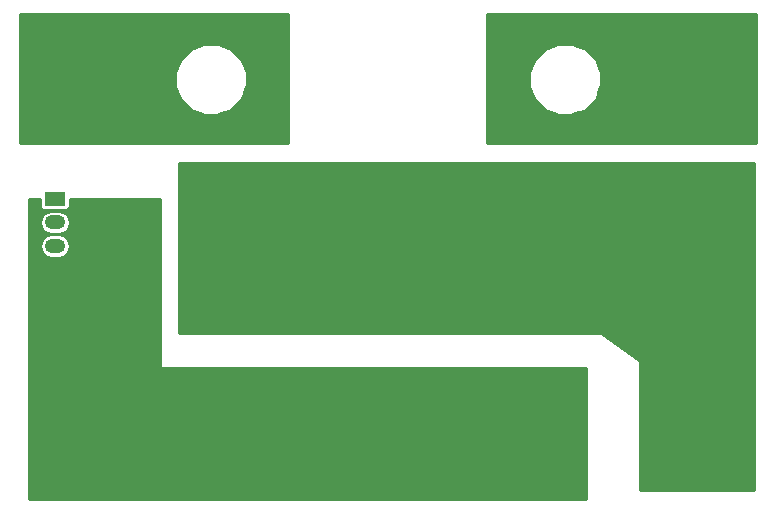
<source format=gbr>
G04 #@! TF.GenerationSoftware,KiCad,Pcbnew,(2017-08-25 revision dd37d0595)-makepkg*
G04 #@! TF.CreationDate,2018-05-27T00:49:56-04:00*
G04 #@! TF.ProjectId,Anti-Spark-Switch,416E74692D537061726B2D5377697463,rev?*
G04 #@! TF.SameCoordinates,Original*
G04 #@! TF.FileFunction,Copper,L2,Bot,Signal*
G04 #@! TF.FilePolarity,Positive*
%FSLAX46Y46*%
G04 Gerber Fmt 4.6, Leading zero omitted, Abs format (unit mm)*
G04 Created by KiCad (PCBNEW (2017-08-25 revision dd37d0595)-makepkg) date 05/27/18 00:49:56*
%MOMM*%
%LPD*%
G01*
G04 APERTURE LIST*
%ADD10C,2.200000*%
%ADD11C,0.546100*%
%ADD12O,1.750000X1.200000*%
%ADD13R,1.750000X1.200000*%
%ADD14C,0.635000*%
%ADD15C,0.250000*%
%ADD16C,0.254000*%
G04 APERTURE END LIST*
D10*
X166125000Y-78980000D03*
X163585000Y-78980000D03*
X166125000Y-81520000D03*
X166125000Y-84060000D03*
X166125000Y-86600000D03*
X163585000Y-86600000D03*
X161045000Y-86600000D03*
X158505000Y-86600000D03*
X158505000Y-84060000D03*
X158505000Y-81520000D03*
X158505000Y-78980000D03*
X161045000Y-78980000D03*
X136125000Y-78980000D03*
X133585000Y-78980000D03*
X136125000Y-81520000D03*
X136125000Y-84060000D03*
X136125000Y-86600000D03*
X133585000Y-86600000D03*
X131045000Y-86600000D03*
X128505000Y-86600000D03*
X128505000Y-84060000D03*
X128505000Y-81520000D03*
X128505000Y-78980000D03*
X131045000Y-78980000D03*
D11*
X175900000Y-93370000D03*
X171900000Y-93370000D03*
X167900000Y-93370000D03*
X163900000Y-93370000D03*
X159900000Y-93370000D03*
X155900000Y-93370000D03*
X151900000Y-93370000D03*
X147900000Y-93370000D03*
X143900000Y-93370000D03*
X139900000Y-93370000D03*
X135900000Y-93370000D03*
X131900000Y-93370000D03*
D12*
X119100000Y-98890000D03*
X119100000Y-96890000D03*
X119100000Y-94890000D03*
D13*
X119100000Y-92890000D03*
D14*
X122697000Y-84301200D03*
X121697000Y-84301200D03*
X120697000Y-84301200D03*
X119697000Y-84301200D03*
X118697000Y-84301200D03*
X122697000Y-83301200D03*
X121697000Y-83301200D03*
X120697000Y-83301200D03*
X119697000Y-83301200D03*
X118697000Y-83301200D03*
X122697000Y-82301200D03*
X121697000Y-82301200D03*
X120697000Y-82301200D03*
X119697000Y-82301200D03*
X118697000Y-82301200D03*
X122697000Y-81301200D03*
X121697000Y-81301200D03*
X120697000Y-81301200D03*
X119697000Y-81301200D03*
X118697000Y-81301200D03*
X122697000Y-80301200D03*
X121697000Y-80301200D03*
X120697000Y-80301200D03*
X119697000Y-80301200D03*
X118697000Y-80301200D03*
X127065000Y-103490000D03*
X126290000Y-95915000D03*
X122697000Y-116533800D03*
X121697000Y-116533800D03*
X120697000Y-116533800D03*
X119697000Y-116533800D03*
X118697000Y-116533800D03*
X122697000Y-115533800D03*
X121697000Y-115533800D03*
X120697000Y-115533800D03*
X119697000Y-115533800D03*
X118697000Y-115533800D03*
X122697000Y-114533800D03*
X121697000Y-114533800D03*
X120697000Y-114533800D03*
X119697000Y-114533800D03*
X118697000Y-114533800D03*
X122697000Y-113533800D03*
X121697000Y-113533800D03*
X120697000Y-113533800D03*
X119697000Y-113533800D03*
X118697000Y-113533800D03*
X122697000Y-112533800D03*
X121697000Y-112533800D03*
X120697000Y-112533800D03*
X119697000Y-112533800D03*
X118697000Y-112533800D03*
X134292600Y-117102000D03*
X135308600Y-117102000D03*
X136299200Y-117102000D03*
X137289800Y-117102000D03*
X133302000Y-116115200D03*
X135308600Y-116102000D03*
X136299200Y-116102000D03*
X138302000Y-116089800D03*
X133302000Y-115099200D03*
X134302000Y-115099200D03*
X138302000Y-115099200D03*
X137302000Y-115099200D03*
X133302000Y-114108600D03*
X135308600Y-114102000D03*
X138302000Y-114108600D03*
X137302000Y-114108600D03*
X138302000Y-113092600D03*
X136299200Y-113102000D03*
X135308600Y-113102000D03*
X134292600Y-113102000D03*
X137289800Y-112102000D03*
X136299200Y-112102000D03*
X135308600Y-112102000D03*
X134292600Y-112102000D03*
X150494000Y-116115200D03*
X150494000Y-115099200D03*
X150494000Y-114108600D03*
X149481800Y-117102000D03*
X149494000Y-115099200D03*
X149494000Y-114108600D03*
X145494000Y-116115200D03*
X145494000Y-115099200D03*
X145494000Y-114108600D03*
X148491200Y-117102000D03*
X148491200Y-116102000D03*
X147500600Y-117102000D03*
X147500600Y-116102000D03*
X147494000Y-115102000D03*
X147500600Y-114102000D03*
X146484600Y-117102000D03*
X146494000Y-115099200D03*
X146510000Y-113102000D03*
X147500600Y-113102000D03*
X148491200Y-113102000D03*
X150494000Y-113092600D03*
X146510000Y-112102000D03*
X147500600Y-112102000D03*
X148491200Y-112102000D03*
X149481800Y-112102000D03*
X157305000Y-116115200D03*
X157305000Y-115099200D03*
X157305000Y-114108600D03*
X158295600Y-113102000D03*
X159311600Y-113102000D03*
X160302200Y-113102000D03*
X158305000Y-115099200D03*
X158295600Y-117102000D03*
X159311600Y-117102000D03*
X160302200Y-117102000D03*
X161318200Y-117102000D03*
X159311600Y-114102000D03*
X159311600Y-116102000D03*
X160302200Y-116102000D03*
X161305000Y-115099200D03*
X161305000Y-114108600D03*
X162305000Y-116089800D03*
X162305000Y-115099200D03*
X162305000Y-114108600D03*
X162305000Y-113092600D03*
X161305500Y-112102000D03*
X160302200Y-112102000D03*
X159311600Y-112102000D03*
X158295600Y-112102000D03*
X133302000Y-112102000D03*
X133302000Y-113102000D03*
X134302000Y-116102000D03*
X133302000Y-117102000D03*
X135302000Y-115102000D03*
X134302000Y-114102000D03*
X136302000Y-114102000D03*
X138302000Y-117102000D03*
X137302000Y-116102000D03*
X136302000Y-115102000D03*
X138302000Y-112102000D03*
X137302000Y-113102000D03*
X145494000Y-112102000D03*
X145494000Y-113102000D03*
X146494000Y-116102000D03*
X145494000Y-117102000D03*
X146494000Y-114102000D03*
X148494000Y-114102000D03*
X150494000Y-117102000D03*
X149494000Y-116102000D03*
X148494000Y-115102000D03*
X150494000Y-112102000D03*
X149494000Y-113102000D03*
X162305000Y-117102000D03*
X157305000Y-117102000D03*
X161305000Y-116102000D03*
X158305000Y-116102000D03*
X160305000Y-115102000D03*
X159305000Y-115102000D03*
X160305000Y-114102000D03*
X158305000Y-114102000D03*
X161305000Y-113102000D03*
X157305000Y-113102000D03*
X162305000Y-112102000D03*
X157305000Y-112102000D03*
X176697400Y-84275800D03*
X175697400Y-84275800D03*
X174697400Y-84275800D03*
X173697400Y-84275800D03*
X172697400Y-84275800D03*
X176697400Y-83275800D03*
X175697400Y-83275800D03*
X174697400Y-83275800D03*
X173697400Y-83275800D03*
X172697400Y-83275800D03*
X176697400Y-82275800D03*
X175697400Y-82275800D03*
X174697400Y-82275800D03*
X173697400Y-82275800D03*
X172697400Y-82275800D03*
X176697400Y-81275800D03*
X175697400Y-81275800D03*
X174697400Y-81275800D03*
X173697400Y-81275800D03*
X172697400Y-81275800D03*
X176697400Y-80275800D03*
X175697400Y-80275800D03*
X174697400Y-80275800D03*
X173697400Y-80275800D03*
X172697400Y-80275800D03*
X130015000Y-90315000D03*
X176697400Y-116508400D03*
X175697400Y-116508400D03*
X174697400Y-116508400D03*
X173697400Y-116508400D03*
X172697400Y-116508400D03*
X176697400Y-115508400D03*
X175697400Y-115508400D03*
X174697400Y-115508400D03*
X173697400Y-115508400D03*
X172697400Y-115508400D03*
X176697400Y-114508400D03*
X175697400Y-114508400D03*
X174697400Y-114508400D03*
X173697400Y-114508400D03*
X172697400Y-114508400D03*
X176697400Y-113508400D03*
X175697400Y-113508400D03*
X174697400Y-113508400D03*
X173697400Y-113508400D03*
X172697400Y-113508400D03*
X176697400Y-112508400D03*
X175697400Y-112508400D03*
X174697400Y-112508400D03*
X173697400Y-112508400D03*
X172697400Y-112508400D03*
X133302000Y-98787580D03*
X134302000Y-98787580D03*
X133302000Y-99787580D03*
X133302000Y-100787580D03*
X134302000Y-99787580D03*
X135302000Y-99787580D03*
X134302000Y-100787580D03*
X135302000Y-100787580D03*
X135302000Y-97787580D03*
X136302000Y-98787580D03*
X136302000Y-97787580D03*
X137302000Y-97787580D03*
X135302000Y-98787580D03*
X137302000Y-98787580D03*
X136302000Y-95787580D03*
X138302000Y-96787580D03*
X137302000Y-95787580D03*
X138302000Y-95787580D03*
X136302000Y-96787580D03*
X137302000Y-96787580D03*
X138302000Y-97787580D03*
X138302000Y-98787580D03*
X136302000Y-99787580D03*
X137302000Y-100787580D03*
X138302000Y-99787580D03*
X136302000Y-100787580D03*
X138302000Y-100787580D03*
X137302000Y-99787580D03*
X133302000Y-95787580D03*
X134302000Y-97787580D03*
X134302000Y-95787580D03*
X135302000Y-95787580D03*
X133302000Y-96787580D03*
X134302000Y-96787580D03*
X135302000Y-96787580D03*
X133302000Y-97787580D03*
X150240000Y-100787580D03*
X149240000Y-100787580D03*
X148240000Y-100787580D03*
X147240000Y-100787580D03*
X146240000Y-100787580D03*
X145240000Y-100787580D03*
X150240000Y-99787580D03*
X149240000Y-99787580D03*
X148240000Y-99787580D03*
X147240000Y-99787580D03*
X146240000Y-99787580D03*
X145240000Y-99787580D03*
X150240000Y-98787580D03*
X149240000Y-98787580D03*
X148240000Y-98787580D03*
X147240000Y-98787580D03*
X146240000Y-98787580D03*
X145240000Y-98787580D03*
X150240000Y-97787580D03*
X149240000Y-97787580D03*
X148240000Y-97787580D03*
X147240000Y-97787580D03*
X146240000Y-97787580D03*
X145240000Y-97787580D03*
X150240000Y-96787580D03*
X149240000Y-96787580D03*
X148240000Y-96787580D03*
X147240000Y-96787580D03*
X146240000Y-96787580D03*
X145240000Y-96787580D03*
X150240000Y-95787580D03*
X149240000Y-95787580D03*
X148240000Y-95787580D03*
X147240000Y-95787580D03*
X146240000Y-95787580D03*
X145240000Y-95787580D03*
X162178000Y-100787580D03*
X161178000Y-100787580D03*
X160178000Y-100787580D03*
X159178000Y-100787580D03*
X158178000Y-100787580D03*
X157178000Y-100787580D03*
X162178000Y-99787580D03*
X161178000Y-99787580D03*
X160178000Y-99787580D03*
X159178000Y-99787580D03*
X158178000Y-99787580D03*
X157178000Y-99787580D03*
X162178000Y-98787580D03*
X161178000Y-98787580D03*
X160178000Y-98787580D03*
X159178000Y-98787580D03*
X158178000Y-98787580D03*
X157178000Y-98787580D03*
X162178000Y-97787580D03*
X161178000Y-97787580D03*
X160178000Y-97787580D03*
X159178000Y-97787580D03*
X158178000Y-97787580D03*
X157178000Y-97787580D03*
X162178000Y-96787580D03*
X161178000Y-96787580D03*
X160178000Y-96787580D03*
X159178000Y-96787580D03*
X158178000Y-96787580D03*
X157178000Y-96787580D03*
X162178000Y-95787580D03*
X161178000Y-95787580D03*
X160178000Y-95787580D03*
X159178000Y-95787580D03*
X158178000Y-95787580D03*
X157178000Y-95787580D03*
D15*
X135308600Y-117102000D02*
X134292600Y-117102000D01*
X134292600Y-117102000D02*
X133302000Y-117102000D01*
X134302000Y-116102000D02*
X134302000Y-117092600D01*
X134302000Y-117092600D02*
X134292600Y-117102000D01*
X136299200Y-117102000D02*
X135308600Y-117102000D01*
X135308600Y-116102000D02*
X135308600Y-117102000D01*
X137289800Y-117102000D02*
X136299200Y-117102000D01*
X136299200Y-116102000D02*
X136299200Y-117102000D01*
X138302000Y-117102000D02*
X137289800Y-117102000D01*
X137302000Y-116102000D02*
X137302000Y-117089800D01*
X137302000Y-117089800D02*
X137289800Y-117102000D01*
X133302000Y-117102000D02*
X133302000Y-116115200D01*
X133302000Y-116115200D02*
X133302000Y-115099200D01*
X134302000Y-116102000D02*
X133315200Y-116102000D01*
X133315200Y-116102000D02*
X133302000Y-116115200D01*
X136299200Y-116102000D02*
X135308600Y-116102000D01*
X135308600Y-116102000D02*
X134302000Y-116102000D01*
X135302000Y-115102000D02*
X135302000Y-116095400D01*
X135302000Y-116095400D02*
X135308600Y-116102000D01*
X137302000Y-116102000D02*
X136299200Y-116102000D01*
X136302000Y-115102000D02*
X136302000Y-116099200D01*
X136302000Y-116099200D02*
X136299200Y-116102000D01*
X138302000Y-115099200D02*
X138302000Y-116089800D01*
X138302000Y-116089800D02*
X138302000Y-117102000D01*
X137302000Y-116102000D02*
X138289800Y-116102000D01*
X138289800Y-116102000D02*
X138302000Y-116089800D01*
X133302000Y-115099200D02*
X133302000Y-114108600D01*
X134302000Y-115099200D02*
X133302000Y-115099200D01*
X134302000Y-116102000D02*
X134302000Y-115099200D01*
X134302000Y-115099200D02*
X134302000Y-114102000D01*
X135302000Y-115102000D02*
X134304800Y-115102000D01*
X134304800Y-115102000D02*
X134302000Y-115099200D01*
X138302000Y-114108600D02*
X138302000Y-115099200D01*
X137302000Y-115099200D02*
X138302000Y-115099200D01*
X137302000Y-114108600D02*
X137302000Y-115099200D01*
X137302000Y-115099200D02*
X137302000Y-116102000D01*
X136302000Y-115102000D02*
X137299200Y-115102000D01*
X137299200Y-115102000D02*
X137302000Y-115099200D01*
X133302000Y-114108600D02*
X133302000Y-113102000D01*
X134302000Y-114102000D02*
X133308600Y-114102000D01*
X133308600Y-114102000D02*
X133302000Y-114108600D01*
X134302000Y-114102000D02*
X135308600Y-114102000D01*
X135308600Y-114102000D02*
X136302000Y-114102000D01*
X135308600Y-113102000D02*
X135308600Y-114102000D01*
X138302000Y-113092600D02*
X138302000Y-114108600D01*
X137302000Y-114108600D02*
X138302000Y-114108600D01*
X137302000Y-113102000D02*
X137302000Y-114108600D01*
X138302000Y-112102000D02*
X138302000Y-113092600D01*
X137302000Y-113102000D02*
X138292600Y-113102000D01*
X138292600Y-113102000D02*
X138302000Y-113092600D01*
X137302000Y-113102000D02*
X136299200Y-113102000D01*
X135308600Y-113102000D02*
X136299200Y-113102000D01*
X134292600Y-113102000D02*
X135308600Y-113102000D01*
X133302000Y-113102000D02*
X134292600Y-113102000D01*
X137289800Y-112102000D02*
X138302000Y-112102000D01*
X136299200Y-112102000D02*
X137289800Y-112102000D01*
X135308600Y-112102000D02*
X136299200Y-112102000D01*
X134292600Y-112102000D02*
X135308600Y-112102000D01*
X133302000Y-112102000D02*
X134292600Y-112102000D01*
X150494000Y-116115200D02*
X150494000Y-117102000D01*
X150494000Y-115099200D02*
X150494000Y-116115200D01*
X150494000Y-114108600D02*
X150494000Y-115099200D01*
X150494000Y-113092600D02*
X150494000Y-114108600D01*
X150494000Y-117102000D02*
X149481800Y-117102000D01*
X149481800Y-117102000D02*
X148491200Y-117102000D01*
X149494000Y-116102000D02*
X149494000Y-117089800D01*
X149494000Y-117089800D02*
X149481800Y-117102000D01*
X149494000Y-115099200D02*
X149494000Y-116102000D01*
X149494000Y-114108600D02*
X149494000Y-115099200D01*
X149494000Y-113102000D02*
X149494000Y-114108600D01*
X145494000Y-117102000D02*
X145494000Y-116115200D01*
X145494000Y-115099200D02*
X145494000Y-116115200D01*
X145494000Y-114108600D02*
X145494000Y-115099200D01*
X145494000Y-113102000D02*
X145494000Y-114108600D01*
X148491200Y-117102000D02*
X147500600Y-117102000D01*
X148491200Y-116102000D02*
X148491200Y-117102000D01*
X149494000Y-116102000D02*
X148491200Y-116102000D01*
X148491200Y-116102000D02*
X147500600Y-116102000D01*
X148494000Y-115102000D02*
X148494000Y-116099200D01*
X148494000Y-116099200D02*
X148491200Y-116102000D01*
X147500600Y-117102000D02*
X146484600Y-117102000D01*
X147500600Y-116102000D02*
X147500600Y-117102000D01*
X147500600Y-116102000D02*
X146494000Y-116102000D01*
X147494000Y-115102000D02*
X147494000Y-116095400D01*
X147494000Y-116095400D02*
X147500600Y-116102000D01*
X147500600Y-114102000D02*
X147500600Y-115095400D01*
X147500600Y-115095400D02*
X147494000Y-115102000D01*
X146494000Y-114102000D02*
X147500600Y-114102000D01*
X147500600Y-114102000D02*
X148494000Y-114102000D01*
X147500600Y-113102000D02*
X147500600Y-114102000D01*
X146494000Y-117092600D02*
X146484600Y-117102000D01*
X146484600Y-117102000D02*
X145494000Y-117102000D01*
X146494000Y-116102000D02*
X146494000Y-117092600D01*
X146494000Y-116102000D02*
X146494000Y-115099200D01*
X146494000Y-114102000D02*
X146494000Y-115099200D01*
X146510000Y-113102000D02*
X145494000Y-113102000D01*
X147500600Y-113102000D02*
X146510000Y-113102000D01*
X148491200Y-113102000D02*
X147500600Y-113102000D01*
X149494000Y-113102000D02*
X148491200Y-113102000D01*
X150494000Y-112102000D02*
X150494000Y-113092600D01*
X145494000Y-112102000D02*
X146510000Y-112102000D01*
X147500600Y-112102000D02*
X146510000Y-112102000D01*
X148491200Y-112102000D02*
X147500600Y-112102000D01*
X149481800Y-112102000D02*
X148491200Y-112102000D01*
X150494000Y-112102000D02*
X149481800Y-112102000D01*
X157305000Y-117102000D02*
X157305000Y-116115200D01*
X157305000Y-115124600D02*
X157305000Y-116115200D01*
X157305000Y-114108600D02*
X157305000Y-115124600D01*
X157305000Y-113102000D02*
X157305000Y-114108600D01*
X158295600Y-113102000D02*
X157305000Y-113102000D01*
X159311600Y-113102000D02*
X158295600Y-113102000D01*
X160302200Y-113102000D02*
X159311600Y-113102000D01*
X161305000Y-113102000D02*
X160302200Y-113102000D01*
X158305000Y-116102000D02*
X158305000Y-115099200D01*
X158305000Y-115099200D02*
X158305000Y-114102000D01*
X159305000Y-115102000D02*
X158307800Y-115102000D01*
X158307800Y-115102000D02*
X158305000Y-115099200D01*
X158295600Y-117102000D02*
X157305000Y-117102000D01*
X159311600Y-117102000D02*
X158295600Y-117102000D01*
X160302200Y-117102000D02*
X159311600Y-117102000D01*
X161318200Y-117102000D02*
X160302200Y-117102000D01*
X162305000Y-117102000D02*
X161318200Y-117102000D01*
X158305000Y-114102000D02*
X159311600Y-114102000D01*
X159311600Y-114102000D02*
X160305000Y-114102000D01*
X160302200Y-116102000D02*
X159311600Y-116102000D01*
X159311600Y-116102000D02*
X158305000Y-116102000D01*
X161305000Y-116102000D02*
X160302200Y-116102000D01*
X161305000Y-114108600D02*
X161305000Y-115099200D01*
X161305000Y-115099200D02*
X161305000Y-116102000D01*
X161305000Y-113102000D02*
X161305000Y-114108600D01*
X162305000Y-115099200D02*
X162305000Y-116089800D01*
X162305000Y-116089800D02*
X162305000Y-117102000D01*
X162305000Y-114108600D02*
X162305000Y-115099200D01*
X162305000Y-113092600D02*
X162305000Y-114108600D01*
X162305000Y-112102000D02*
X162305000Y-113092600D01*
X160353000Y-112102000D02*
X161305500Y-112102000D01*
X161305500Y-112102000D02*
X162305000Y-112102000D01*
X159337000Y-112102000D02*
X160353000Y-112102000D01*
X158321000Y-112102000D02*
X159337000Y-112102000D01*
X157305000Y-112102000D02*
X158321000Y-112102000D01*
X145494000Y-112102000D02*
X145194001Y-111802001D01*
X145194001Y-111802001D02*
X138601999Y-111802001D01*
X138601999Y-111802001D02*
X138302000Y-112102000D01*
X157305000Y-112102000D02*
X156930001Y-112476999D01*
X156930001Y-112476999D02*
X150868999Y-112476999D01*
X150868999Y-112476999D02*
X150793999Y-112401999D01*
X150793999Y-112401999D02*
X150494000Y-112102000D01*
X123777000Y-104228000D02*
X123777000Y-104652264D01*
X136302000Y-115102000D02*
X135302000Y-115102000D01*
X136302000Y-115102000D02*
X136302000Y-114102000D01*
X148494000Y-115102000D02*
X147494000Y-115102000D01*
X148494000Y-115102000D02*
X148494000Y-114102000D01*
X160305000Y-115102000D02*
X159305000Y-115102000D01*
X160305000Y-115102000D02*
X160305000Y-114102000D01*
D16*
G36*
X138863000Y-88163000D02*
X116146000Y-88163000D01*
X116146000Y-83390258D01*
X129283475Y-83390258D01*
X129743945Y-84504681D01*
X130595835Y-85358059D01*
X131709452Y-85820473D01*
X132915258Y-85821525D01*
X134029681Y-85361055D01*
X134883059Y-84509165D01*
X135345473Y-83395548D01*
X135346525Y-82189742D01*
X134886055Y-81075319D01*
X134034165Y-80221941D01*
X132920548Y-79759527D01*
X131714742Y-79758475D01*
X130600319Y-80218945D01*
X129746941Y-81070835D01*
X129284527Y-82184452D01*
X129283475Y-83390258D01*
X116146000Y-83390258D01*
X116146000Y-77246000D01*
X138863000Y-77246000D01*
X138863000Y-88163000D01*
X138863000Y-88163000D01*
G37*
X138863000Y-88163000D02*
X116146000Y-88163000D01*
X116146000Y-83390258D01*
X129283475Y-83390258D01*
X129743945Y-84504681D01*
X130595835Y-85358059D01*
X131709452Y-85820473D01*
X132915258Y-85821525D01*
X134029681Y-85361055D01*
X134883059Y-84509165D01*
X135345473Y-83395548D01*
X135346525Y-82189742D01*
X134886055Y-81075319D01*
X134034165Y-80221941D01*
X132920548Y-79759527D01*
X131714742Y-79758475D01*
X130600319Y-80218945D01*
X129746941Y-81070835D01*
X129284527Y-82184452D01*
X129283475Y-83390258D01*
X116146000Y-83390258D01*
X116146000Y-77246000D01*
X138863000Y-77246000D01*
X138863000Y-88163000D01*
G36*
X178484000Y-88163000D02*
X155717000Y-88163000D01*
X155717000Y-83390258D01*
X159283475Y-83390258D01*
X159743945Y-84504681D01*
X160595835Y-85358059D01*
X161709452Y-85820473D01*
X162915258Y-85821525D01*
X164029681Y-85361055D01*
X164883059Y-84509165D01*
X165345473Y-83395548D01*
X165346525Y-82189742D01*
X164886055Y-81075319D01*
X164034165Y-80221941D01*
X162920548Y-79759527D01*
X161714742Y-79758475D01*
X160600319Y-80218945D01*
X159746941Y-81070835D01*
X159284527Y-82184452D01*
X159283475Y-83390258D01*
X155717000Y-83390258D01*
X155717000Y-77246000D01*
X178484000Y-77246000D01*
X178484000Y-88163000D01*
X178484000Y-88163000D01*
G37*
X178484000Y-88163000D02*
X155717000Y-88163000D01*
X155717000Y-83390258D01*
X159283475Y-83390258D01*
X159743945Y-84504681D01*
X160595835Y-85358059D01*
X161709452Y-85820473D01*
X162915258Y-85821525D01*
X164029681Y-85361055D01*
X164883059Y-84509165D01*
X165345473Y-83395548D01*
X165346525Y-82189742D01*
X164886055Y-81075319D01*
X164034165Y-80221941D01*
X162920548Y-79759527D01*
X161714742Y-79758475D01*
X160600319Y-80218945D01*
X159746941Y-81070835D01*
X159284527Y-82184452D01*
X159283475Y-83390258D01*
X155717000Y-83390258D01*
X155717000Y-77246000D01*
X178484000Y-77246000D01*
X178484000Y-88163000D01*
G36*
X178260000Y-117563000D02*
X168608000Y-117563000D01*
X168608000Y-106641000D01*
X168598333Y-106592399D01*
X168555207Y-106537935D01*
X165380207Y-104251935D01*
X165335117Y-104231383D01*
X165306000Y-104228000D01*
X129619000Y-104228000D01*
X129619000Y-89877000D01*
X178260000Y-89877000D01*
X178260000Y-117563000D01*
X178260000Y-117563000D01*
G37*
X178260000Y-117563000D02*
X168608000Y-117563000D01*
X168608000Y-106641000D01*
X168598333Y-106592399D01*
X168555207Y-106537935D01*
X165380207Y-104251935D01*
X165335117Y-104231383D01*
X165306000Y-104228000D01*
X129619000Y-104228000D01*
X129619000Y-89877000D01*
X178260000Y-89877000D01*
X178260000Y-117563000D01*
G36*
X117836536Y-93490000D02*
X117866106Y-93638659D01*
X117950314Y-93764686D01*
X118076341Y-93848894D01*
X118225000Y-93878464D01*
X119975000Y-93878464D01*
X120123659Y-93848894D01*
X120249686Y-93764686D01*
X120333894Y-93638659D01*
X120363464Y-93490000D01*
X120363464Y-92917000D01*
X127963000Y-92917000D01*
X127963000Y-107090000D01*
X127972667Y-107138601D01*
X128000197Y-107179803D01*
X128041399Y-107207333D01*
X128090000Y-107217000D01*
X164063000Y-107217000D01*
X164063000Y-118334000D01*
X116917000Y-118334000D01*
X116917000Y-96890000D01*
X117819394Y-96890000D01*
X117894068Y-97265412D01*
X118106722Y-97583672D01*
X118424982Y-97796326D01*
X118800394Y-97871000D01*
X119399606Y-97871000D01*
X119775018Y-97796326D01*
X120093278Y-97583672D01*
X120305932Y-97265412D01*
X120380606Y-96890000D01*
X120305932Y-96514588D01*
X120093278Y-96196328D01*
X119775018Y-95983674D01*
X119399606Y-95909000D01*
X118800394Y-95909000D01*
X118424982Y-95983674D01*
X118106722Y-96196328D01*
X117894068Y-96514588D01*
X117819394Y-96890000D01*
X116917000Y-96890000D01*
X116917000Y-94890000D01*
X117819394Y-94890000D01*
X117894068Y-95265412D01*
X118106722Y-95583672D01*
X118424982Y-95796326D01*
X118800394Y-95871000D01*
X119399606Y-95871000D01*
X119775018Y-95796326D01*
X120093278Y-95583672D01*
X120305932Y-95265412D01*
X120380606Y-94890000D01*
X120305932Y-94514588D01*
X120093278Y-94196328D01*
X119775018Y-93983674D01*
X119399606Y-93909000D01*
X118800394Y-93909000D01*
X118424982Y-93983674D01*
X118106722Y-94196328D01*
X117894068Y-94514588D01*
X117819394Y-94890000D01*
X116917000Y-94890000D01*
X116917000Y-92917000D01*
X117836536Y-92917000D01*
X117836536Y-93490000D01*
X117836536Y-93490000D01*
G37*
X117836536Y-93490000D02*
X117866106Y-93638659D01*
X117950314Y-93764686D01*
X118076341Y-93848894D01*
X118225000Y-93878464D01*
X119975000Y-93878464D01*
X120123659Y-93848894D01*
X120249686Y-93764686D01*
X120333894Y-93638659D01*
X120363464Y-93490000D01*
X120363464Y-92917000D01*
X127963000Y-92917000D01*
X127963000Y-107090000D01*
X127972667Y-107138601D01*
X128000197Y-107179803D01*
X128041399Y-107207333D01*
X128090000Y-107217000D01*
X164063000Y-107217000D01*
X164063000Y-118334000D01*
X116917000Y-118334000D01*
X116917000Y-96890000D01*
X117819394Y-96890000D01*
X117894068Y-97265412D01*
X118106722Y-97583672D01*
X118424982Y-97796326D01*
X118800394Y-97871000D01*
X119399606Y-97871000D01*
X119775018Y-97796326D01*
X120093278Y-97583672D01*
X120305932Y-97265412D01*
X120380606Y-96890000D01*
X120305932Y-96514588D01*
X120093278Y-96196328D01*
X119775018Y-95983674D01*
X119399606Y-95909000D01*
X118800394Y-95909000D01*
X118424982Y-95983674D01*
X118106722Y-96196328D01*
X117894068Y-96514588D01*
X117819394Y-96890000D01*
X116917000Y-96890000D01*
X116917000Y-94890000D01*
X117819394Y-94890000D01*
X117894068Y-95265412D01*
X118106722Y-95583672D01*
X118424982Y-95796326D01*
X118800394Y-95871000D01*
X119399606Y-95871000D01*
X119775018Y-95796326D01*
X120093278Y-95583672D01*
X120305932Y-95265412D01*
X120380606Y-94890000D01*
X120305932Y-94514588D01*
X120093278Y-94196328D01*
X119775018Y-93983674D01*
X119399606Y-93909000D01*
X118800394Y-93909000D01*
X118424982Y-93983674D01*
X118106722Y-94196328D01*
X117894068Y-94514588D01*
X117819394Y-94890000D01*
X116917000Y-94890000D01*
X116917000Y-92917000D01*
X117836536Y-92917000D01*
X117836536Y-93490000D01*
M02*

</source>
